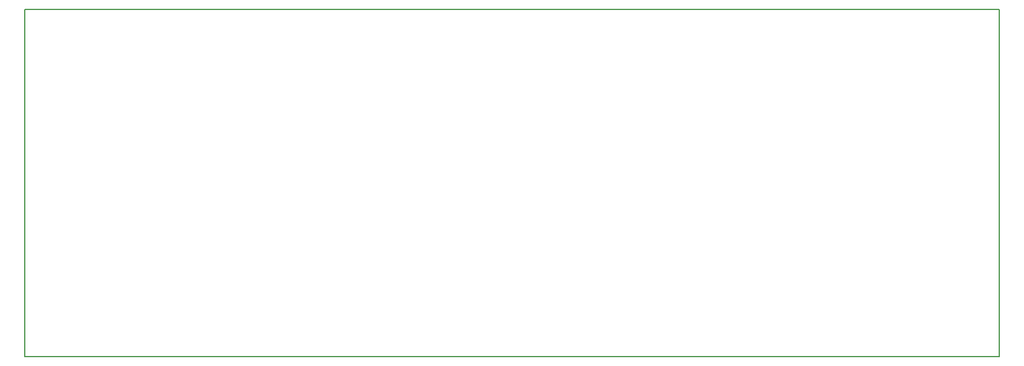
<source format=gbr>
G04 #@! TF.FileFunction,Profile,NP*
%FSLAX46Y46*%
G04 Gerber Fmt 4.6, Leading zero omitted, Abs format (unit mm)*
G04 Created by KiCad (PCBNEW (2015-09-30 BZR 6232)-product) date Fri 09 Oct 2015 07:53:00 AM EEST*
%MOMM*%
G01*
G04 APERTURE LIST*
%ADD10C,0.100000*%
%ADD11C,0.150000*%
G04 APERTURE END LIST*
D10*
D11*
X206000000Y-86500000D02*
X206000000Y-136500000D01*
X66000000Y-86500000D02*
X206000000Y-86500000D01*
X66000000Y-136500000D02*
X66000000Y-86500000D01*
X206000000Y-136500000D02*
X66000000Y-136500000D01*
M02*

</source>
